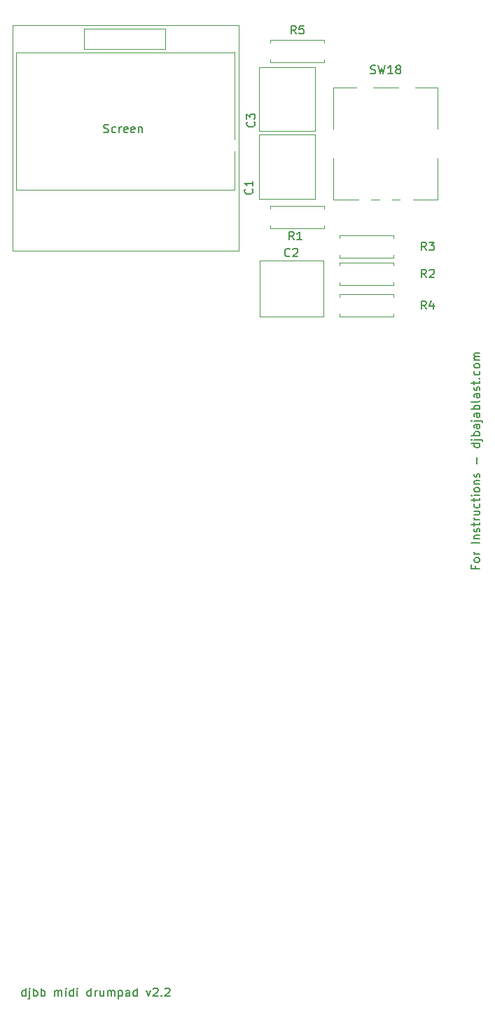
<source format=gto>
%TF.GenerationSoftware,KiCad,Pcbnew,7.0.7*%
%TF.CreationDate,2023-09-12T14:39:03-06:00*%
%TF.ProjectId,DJBB Drumpad V2 Pico,444a4242-2044-4727-956d-706164205632,V01*%
%TF.SameCoordinates,Original*%
%TF.FileFunction,Legend,Top*%
%TF.FilePolarity,Positive*%
%FSLAX46Y46*%
G04 Gerber Fmt 4.6, Leading zero omitted, Abs format (unit mm)*
G04 Created by KiCad (PCBNEW 7.0.7) date 2023-09-12 14:39:03*
%MOMM*%
%LPD*%
G01*
G04 APERTURE LIST*
%ADD10C,0.150000*%
%ADD11C,0.120000*%
%ADD12O,1.800000X1.800000*%
%ADD13O,1.500000X1.500000*%
%ADD14O,1.700000X1.700000*%
%ADD15R,1.700000X1.700000*%
%ADD16C,1.900000*%
%ADD17C,4.000000*%
%ADD18O,2.000000X2.500000*%
%ADD19O,2.500000X2.000000*%
%ADD20C,1.600000*%
%ADD21O,1.600000X1.600000*%
%ADD22C,1.524000*%
%ADD23O,2.900000X3.000000*%
%ADD24O,1.600000X2.000000*%
%ADD25C,1.700000*%
G04 APERTURE END LIST*
D10*
X166301009Y-110250286D02*
X166301009Y-110583619D01*
X166824819Y-110583619D02*
X165824819Y-110583619D01*
X165824819Y-110583619D02*
X165824819Y-110107429D01*
X166824819Y-109583619D02*
X166777200Y-109678857D01*
X166777200Y-109678857D02*
X166729580Y-109726476D01*
X166729580Y-109726476D02*
X166634342Y-109774095D01*
X166634342Y-109774095D02*
X166348628Y-109774095D01*
X166348628Y-109774095D02*
X166253390Y-109726476D01*
X166253390Y-109726476D02*
X166205771Y-109678857D01*
X166205771Y-109678857D02*
X166158152Y-109583619D01*
X166158152Y-109583619D02*
X166158152Y-109440762D01*
X166158152Y-109440762D02*
X166205771Y-109345524D01*
X166205771Y-109345524D02*
X166253390Y-109297905D01*
X166253390Y-109297905D02*
X166348628Y-109250286D01*
X166348628Y-109250286D02*
X166634342Y-109250286D01*
X166634342Y-109250286D02*
X166729580Y-109297905D01*
X166729580Y-109297905D02*
X166777200Y-109345524D01*
X166777200Y-109345524D02*
X166824819Y-109440762D01*
X166824819Y-109440762D02*
X166824819Y-109583619D01*
X166824819Y-108821714D02*
X166158152Y-108821714D01*
X166348628Y-108821714D02*
X166253390Y-108774095D01*
X166253390Y-108774095D02*
X166205771Y-108726476D01*
X166205771Y-108726476D02*
X166158152Y-108631238D01*
X166158152Y-108631238D02*
X166158152Y-108536000D01*
X166824819Y-107440761D02*
X165824819Y-107440761D01*
X166158152Y-106964571D02*
X166824819Y-106964571D01*
X166253390Y-106964571D02*
X166205771Y-106916952D01*
X166205771Y-106916952D02*
X166158152Y-106821714D01*
X166158152Y-106821714D02*
X166158152Y-106678857D01*
X166158152Y-106678857D02*
X166205771Y-106583619D01*
X166205771Y-106583619D02*
X166301009Y-106536000D01*
X166301009Y-106536000D02*
X166824819Y-106536000D01*
X166777200Y-106107428D02*
X166824819Y-106012190D01*
X166824819Y-106012190D02*
X166824819Y-105821714D01*
X166824819Y-105821714D02*
X166777200Y-105726476D01*
X166777200Y-105726476D02*
X166681961Y-105678857D01*
X166681961Y-105678857D02*
X166634342Y-105678857D01*
X166634342Y-105678857D02*
X166539104Y-105726476D01*
X166539104Y-105726476D02*
X166491485Y-105821714D01*
X166491485Y-105821714D02*
X166491485Y-105964571D01*
X166491485Y-105964571D02*
X166443866Y-106059809D01*
X166443866Y-106059809D02*
X166348628Y-106107428D01*
X166348628Y-106107428D02*
X166301009Y-106107428D01*
X166301009Y-106107428D02*
X166205771Y-106059809D01*
X166205771Y-106059809D02*
X166158152Y-105964571D01*
X166158152Y-105964571D02*
X166158152Y-105821714D01*
X166158152Y-105821714D02*
X166205771Y-105726476D01*
X166158152Y-105393142D02*
X166158152Y-105012190D01*
X165824819Y-105250285D02*
X166681961Y-105250285D01*
X166681961Y-105250285D02*
X166777200Y-105202666D01*
X166777200Y-105202666D02*
X166824819Y-105107428D01*
X166824819Y-105107428D02*
X166824819Y-105012190D01*
X166824819Y-104678856D02*
X166158152Y-104678856D01*
X166348628Y-104678856D02*
X166253390Y-104631237D01*
X166253390Y-104631237D02*
X166205771Y-104583618D01*
X166205771Y-104583618D02*
X166158152Y-104488380D01*
X166158152Y-104488380D02*
X166158152Y-104393142D01*
X166158152Y-103631237D02*
X166824819Y-103631237D01*
X166158152Y-104059808D02*
X166681961Y-104059808D01*
X166681961Y-104059808D02*
X166777200Y-104012189D01*
X166777200Y-104012189D02*
X166824819Y-103916951D01*
X166824819Y-103916951D02*
X166824819Y-103774094D01*
X166824819Y-103774094D02*
X166777200Y-103678856D01*
X166777200Y-103678856D02*
X166729580Y-103631237D01*
X166777200Y-102726475D02*
X166824819Y-102821713D01*
X166824819Y-102821713D02*
X166824819Y-103012189D01*
X166824819Y-103012189D02*
X166777200Y-103107427D01*
X166777200Y-103107427D02*
X166729580Y-103155046D01*
X166729580Y-103155046D02*
X166634342Y-103202665D01*
X166634342Y-103202665D02*
X166348628Y-103202665D01*
X166348628Y-103202665D02*
X166253390Y-103155046D01*
X166253390Y-103155046D02*
X166205771Y-103107427D01*
X166205771Y-103107427D02*
X166158152Y-103012189D01*
X166158152Y-103012189D02*
X166158152Y-102821713D01*
X166158152Y-102821713D02*
X166205771Y-102726475D01*
X166158152Y-102440760D02*
X166158152Y-102059808D01*
X165824819Y-102297903D02*
X166681961Y-102297903D01*
X166681961Y-102297903D02*
X166777200Y-102250284D01*
X166777200Y-102250284D02*
X166824819Y-102155046D01*
X166824819Y-102155046D02*
X166824819Y-102059808D01*
X166824819Y-101726474D02*
X166158152Y-101726474D01*
X165824819Y-101726474D02*
X165872438Y-101774093D01*
X165872438Y-101774093D02*
X165920057Y-101726474D01*
X165920057Y-101726474D02*
X165872438Y-101678855D01*
X165872438Y-101678855D02*
X165824819Y-101726474D01*
X165824819Y-101726474D02*
X165920057Y-101726474D01*
X166824819Y-101107427D02*
X166777200Y-101202665D01*
X166777200Y-101202665D02*
X166729580Y-101250284D01*
X166729580Y-101250284D02*
X166634342Y-101297903D01*
X166634342Y-101297903D02*
X166348628Y-101297903D01*
X166348628Y-101297903D02*
X166253390Y-101250284D01*
X166253390Y-101250284D02*
X166205771Y-101202665D01*
X166205771Y-101202665D02*
X166158152Y-101107427D01*
X166158152Y-101107427D02*
X166158152Y-100964570D01*
X166158152Y-100964570D02*
X166205771Y-100869332D01*
X166205771Y-100869332D02*
X166253390Y-100821713D01*
X166253390Y-100821713D02*
X166348628Y-100774094D01*
X166348628Y-100774094D02*
X166634342Y-100774094D01*
X166634342Y-100774094D02*
X166729580Y-100821713D01*
X166729580Y-100821713D02*
X166777200Y-100869332D01*
X166777200Y-100869332D02*
X166824819Y-100964570D01*
X166824819Y-100964570D02*
X166824819Y-101107427D01*
X166158152Y-100345522D02*
X166824819Y-100345522D01*
X166253390Y-100345522D02*
X166205771Y-100297903D01*
X166205771Y-100297903D02*
X166158152Y-100202665D01*
X166158152Y-100202665D02*
X166158152Y-100059808D01*
X166158152Y-100059808D02*
X166205771Y-99964570D01*
X166205771Y-99964570D02*
X166301009Y-99916951D01*
X166301009Y-99916951D02*
X166824819Y-99916951D01*
X166777200Y-99488379D02*
X166824819Y-99393141D01*
X166824819Y-99393141D02*
X166824819Y-99202665D01*
X166824819Y-99202665D02*
X166777200Y-99107427D01*
X166777200Y-99107427D02*
X166681961Y-99059808D01*
X166681961Y-99059808D02*
X166634342Y-99059808D01*
X166634342Y-99059808D02*
X166539104Y-99107427D01*
X166539104Y-99107427D02*
X166491485Y-99202665D01*
X166491485Y-99202665D02*
X166491485Y-99345522D01*
X166491485Y-99345522D02*
X166443866Y-99440760D01*
X166443866Y-99440760D02*
X166348628Y-99488379D01*
X166348628Y-99488379D02*
X166301009Y-99488379D01*
X166301009Y-99488379D02*
X166205771Y-99440760D01*
X166205771Y-99440760D02*
X166158152Y-99345522D01*
X166158152Y-99345522D02*
X166158152Y-99202665D01*
X166158152Y-99202665D02*
X166205771Y-99107427D01*
X166443866Y-97869331D02*
X166443866Y-97107427D01*
X166824819Y-95440760D02*
X165824819Y-95440760D01*
X166777200Y-95440760D02*
X166824819Y-95535998D01*
X166824819Y-95535998D02*
X166824819Y-95726474D01*
X166824819Y-95726474D02*
X166777200Y-95821712D01*
X166777200Y-95821712D02*
X166729580Y-95869331D01*
X166729580Y-95869331D02*
X166634342Y-95916950D01*
X166634342Y-95916950D02*
X166348628Y-95916950D01*
X166348628Y-95916950D02*
X166253390Y-95869331D01*
X166253390Y-95869331D02*
X166205771Y-95821712D01*
X166205771Y-95821712D02*
X166158152Y-95726474D01*
X166158152Y-95726474D02*
X166158152Y-95535998D01*
X166158152Y-95535998D02*
X166205771Y-95440760D01*
X166158152Y-94964569D02*
X167015295Y-94964569D01*
X167015295Y-94964569D02*
X167110533Y-95012188D01*
X167110533Y-95012188D02*
X167158152Y-95107426D01*
X167158152Y-95107426D02*
X167158152Y-95155045D01*
X165824819Y-94964569D02*
X165872438Y-95012188D01*
X165872438Y-95012188D02*
X165920057Y-94964569D01*
X165920057Y-94964569D02*
X165872438Y-94916950D01*
X165872438Y-94916950D02*
X165824819Y-94964569D01*
X165824819Y-94964569D02*
X165920057Y-94964569D01*
X166824819Y-94488379D02*
X165824819Y-94488379D01*
X166205771Y-94488379D02*
X166158152Y-94393141D01*
X166158152Y-94393141D02*
X166158152Y-94202665D01*
X166158152Y-94202665D02*
X166205771Y-94107427D01*
X166205771Y-94107427D02*
X166253390Y-94059808D01*
X166253390Y-94059808D02*
X166348628Y-94012189D01*
X166348628Y-94012189D02*
X166634342Y-94012189D01*
X166634342Y-94012189D02*
X166729580Y-94059808D01*
X166729580Y-94059808D02*
X166777200Y-94107427D01*
X166777200Y-94107427D02*
X166824819Y-94202665D01*
X166824819Y-94202665D02*
X166824819Y-94393141D01*
X166824819Y-94393141D02*
X166777200Y-94488379D01*
X166824819Y-93155046D02*
X166301009Y-93155046D01*
X166301009Y-93155046D02*
X166205771Y-93202665D01*
X166205771Y-93202665D02*
X166158152Y-93297903D01*
X166158152Y-93297903D02*
X166158152Y-93488379D01*
X166158152Y-93488379D02*
X166205771Y-93583617D01*
X166777200Y-93155046D02*
X166824819Y-93250284D01*
X166824819Y-93250284D02*
X166824819Y-93488379D01*
X166824819Y-93488379D02*
X166777200Y-93583617D01*
X166777200Y-93583617D02*
X166681961Y-93631236D01*
X166681961Y-93631236D02*
X166586723Y-93631236D01*
X166586723Y-93631236D02*
X166491485Y-93583617D01*
X166491485Y-93583617D02*
X166443866Y-93488379D01*
X166443866Y-93488379D02*
X166443866Y-93250284D01*
X166443866Y-93250284D02*
X166396247Y-93155046D01*
X166158152Y-92678855D02*
X167015295Y-92678855D01*
X167015295Y-92678855D02*
X167110533Y-92726474D01*
X167110533Y-92726474D02*
X167158152Y-92821712D01*
X167158152Y-92821712D02*
X167158152Y-92869331D01*
X165824819Y-92678855D02*
X165872438Y-92726474D01*
X165872438Y-92726474D02*
X165920057Y-92678855D01*
X165920057Y-92678855D02*
X165872438Y-92631236D01*
X165872438Y-92631236D02*
X165824819Y-92678855D01*
X165824819Y-92678855D02*
X165920057Y-92678855D01*
X166824819Y-91774094D02*
X166301009Y-91774094D01*
X166301009Y-91774094D02*
X166205771Y-91821713D01*
X166205771Y-91821713D02*
X166158152Y-91916951D01*
X166158152Y-91916951D02*
X166158152Y-92107427D01*
X166158152Y-92107427D02*
X166205771Y-92202665D01*
X166777200Y-91774094D02*
X166824819Y-91869332D01*
X166824819Y-91869332D02*
X166824819Y-92107427D01*
X166824819Y-92107427D02*
X166777200Y-92202665D01*
X166777200Y-92202665D02*
X166681961Y-92250284D01*
X166681961Y-92250284D02*
X166586723Y-92250284D01*
X166586723Y-92250284D02*
X166491485Y-92202665D01*
X166491485Y-92202665D02*
X166443866Y-92107427D01*
X166443866Y-92107427D02*
X166443866Y-91869332D01*
X166443866Y-91869332D02*
X166396247Y-91774094D01*
X166824819Y-91297903D02*
X165824819Y-91297903D01*
X166205771Y-91297903D02*
X166158152Y-91202665D01*
X166158152Y-91202665D02*
X166158152Y-91012189D01*
X166158152Y-91012189D02*
X166205771Y-90916951D01*
X166205771Y-90916951D02*
X166253390Y-90869332D01*
X166253390Y-90869332D02*
X166348628Y-90821713D01*
X166348628Y-90821713D02*
X166634342Y-90821713D01*
X166634342Y-90821713D02*
X166729580Y-90869332D01*
X166729580Y-90869332D02*
X166777200Y-90916951D01*
X166777200Y-90916951D02*
X166824819Y-91012189D01*
X166824819Y-91012189D02*
X166824819Y-91202665D01*
X166824819Y-91202665D02*
X166777200Y-91297903D01*
X166824819Y-90250284D02*
X166777200Y-90345522D01*
X166777200Y-90345522D02*
X166681961Y-90393141D01*
X166681961Y-90393141D02*
X165824819Y-90393141D01*
X166824819Y-89440760D02*
X166301009Y-89440760D01*
X166301009Y-89440760D02*
X166205771Y-89488379D01*
X166205771Y-89488379D02*
X166158152Y-89583617D01*
X166158152Y-89583617D02*
X166158152Y-89774093D01*
X166158152Y-89774093D02*
X166205771Y-89869331D01*
X166777200Y-89440760D02*
X166824819Y-89535998D01*
X166824819Y-89535998D02*
X166824819Y-89774093D01*
X166824819Y-89774093D02*
X166777200Y-89869331D01*
X166777200Y-89869331D02*
X166681961Y-89916950D01*
X166681961Y-89916950D02*
X166586723Y-89916950D01*
X166586723Y-89916950D02*
X166491485Y-89869331D01*
X166491485Y-89869331D02*
X166443866Y-89774093D01*
X166443866Y-89774093D02*
X166443866Y-89535998D01*
X166443866Y-89535998D02*
X166396247Y-89440760D01*
X166777200Y-89012188D02*
X166824819Y-88916950D01*
X166824819Y-88916950D02*
X166824819Y-88726474D01*
X166824819Y-88726474D02*
X166777200Y-88631236D01*
X166777200Y-88631236D02*
X166681961Y-88583617D01*
X166681961Y-88583617D02*
X166634342Y-88583617D01*
X166634342Y-88583617D02*
X166539104Y-88631236D01*
X166539104Y-88631236D02*
X166491485Y-88726474D01*
X166491485Y-88726474D02*
X166491485Y-88869331D01*
X166491485Y-88869331D02*
X166443866Y-88964569D01*
X166443866Y-88964569D02*
X166348628Y-89012188D01*
X166348628Y-89012188D02*
X166301009Y-89012188D01*
X166301009Y-89012188D02*
X166205771Y-88964569D01*
X166205771Y-88964569D02*
X166158152Y-88869331D01*
X166158152Y-88869331D02*
X166158152Y-88726474D01*
X166158152Y-88726474D02*
X166205771Y-88631236D01*
X166158152Y-88297902D02*
X166158152Y-87916950D01*
X165824819Y-88155045D02*
X166681961Y-88155045D01*
X166681961Y-88155045D02*
X166777200Y-88107426D01*
X166777200Y-88107426D02*
X166824819Y-88012188D01*
X166824819Y-88012188D02*
X166824819Y-87916950D01*
X166729580Y-87583616D02*
X166777200Y-87535997D01*
X166777200Y-87535997D02*
X166824819Y-87583616D01*
X166824819Y-87583616D02*
X166777200Y-87631235D01*
X166777200Y-87631235D02*
X166729580Y-87583616D01*
X166729580Y-87583616D02*
X166824819Y-87583616D01*
X166777200Y-86678855D02*
X166824819Y-86774093D01*
X166824819Y-86774093D02*
X166824819Y-86964569D01*
X166824819Y-86964569D02*
X166777200Y-87059807D01*
X166777200Y-87059807D02*
X166729580Y-87107426D01*
X166729580Y-87107426D02*
X166634342Y-87155045D01*
X166634342Y-87155045D02*
X166348628Y-87155045D01*
X166348628Y-87155045D02*
X166253390Y-87107426D01*
X166253390Y-87107426D02*
X166205771Y-87059807D01*
X166205771Y-87059807D02*
X166158152Y-86964569D01*
X166158152Y-86964569D02*
X166158152Y-86774093D01*
X166158152Y-86774093D02*
X166205771Y-86678855D01*
X166824819Y-86107426D02*
X166777200Y-86202664D01*
X166777200Y-86202664D02*
X166729580Y-86250283D01*
X166729580Y-86250283D02*
X166634342Y-86297902D01*
X166634342Y-86297902D02*
X166348628Y-86297902D01*
X166348628Y-86297902D02*
X166253390Y-86250283D01*
X166253390Y-86250283D02*
X166205771Y-86202664D01*
X166205771Y-86202664D02*
X166158152Y-86107426D01*
X166158152Y-86107426D02*
X166158152Y-85964569D01*
X166158152Y-85964569D02*
X166205771Y-85869331D01*
X166205771Y-85869331D02*
X166253390Y-85821712D01*
X166253390Y-85821712D02*
X166348628Y-85774093D01*
X166348628Y-85774093D02*
X166634342Y-85774093D01*
X166634342Y-85774093D02*
X166729580Y-85821712D01*
X166729580Y-85821712D02*
X166777200Y-85869331D01*
X166777200Y-85869331D02*
X166824819Y-85964569D01*
X166824819Y-85964569D02*
X166824819Y-86107426D01*
X166824819Y-85345521D02*
X166158152Y-85345521D01*
X166253390Y-85345521D02*
X166205771Y-85297902D01*
X166205771Y-85297902D02*
X166158152Y-85202664D01*
X166158152Y-85202664D02*
X166158152Y-85059807D01*
X166158152Y-85059807D02*
X166205771Y-84964569D01*
X166205771Y-84964569D02*
X166301009Y-84916950D01*
X166301009Y-84916950D02*
X166824819Y-84916950D01*
X166301009Y-84916950D02*
X166205771Y-84869331D01*
X166205771Y-84869331D02*
X166158152Y-84774093D01*
X166158152Y-84774093D02*
X166158152Y-84631236D01*
X166158152Y-84631236D02*
X166205771Y-84535997D01*
X166205771Y-84535997D02*
X166301009Y-84488378D01*
X166301009Y-84488378D02*
X166824819Y-84488378D01*
X111919809Y-162252819D02*
X111919809Y-161252819D01*
X111919809Y-162205200D02*
X111824571Y-162252819D01*
X111824571Y-162252819D02*
X111634095Y-162252819D01*
X111634095Y-162252819D02*
X111538857Y-162205200D01*
X111538857Y-162205200D02*
X111491238Y-162157580D01*
X111491238Y-162157580D02*
X111443619Y-162062342D01*
X111443619Y-162062342D02*
X111443619Y-161776628D01*
X111443619Y-161776628D02*
X111491238Y-161681390D01*
X111491238Y-161681390D02*
X111538857Y-161633771D01*
X111538857Y-161633771D02*
X111634095Y-161586152D01*
X111634095Y-161586152D02*
X111824571Y-161586152D01*
X111824571Y-161586152D02*
X111919809Y-161633771D01*
X112396000Y-161586152D02*
X112396000Y-162443295D01*
X112396000Y-162443295D02*
X112348381Y-162538533D01*
X112348381Y-162538533D02*
X112253143Y-162586152D01*
X112253143Y-162586152D02*
X112205524Y-162586152D01*
X112396000Y-161252819D02*
X112348381Y-161300438D01*
X112348381Y-161300438D02*
X112396000Y-161348057D01*
X112396000Y-161348057D02*
X112443619Y-161300438D01*
X112443619Y-161300438D02*
X112396000Y-161252819D01*
X112396000Y-161252819D02*
X112396000Y-161348057D01*
X112872190Y-162252819D02*
X112872190Y-161252819D01*
X112872190Y-161633771D02*
X112967428Y-161586152D01*
X112967428Y-161586152D02*
X113157904Y-161586152D01*
X113157904Y-161586152D02*
X113253142Y-161633771D01*
X113253142Y-161633771D02*
X113300761Y-161681390D01*
X113300761Y-161681390D02*
X113348380Y-161776628D01*
X113348380Y-161776628D02*
X113348380Y-162062342D01*
X113348380Y-162062342D02*
X113300761Y-162157580D01*
X113300761Y-162157580D02*
X113253142Y-162205200D01*
X113253142Y-162205200D02*
X113157904Y-162252819D01*
X113157904Y-162252819D02*
X112967428Y-162252819D01*
X112967428Y-162252819D02*
X112872190Y-162205200D01*
X113776952Y-162252819D02*
X113776952Y-161252819D01*
X113776952Y-161633771D02*
X113872190Y-161586152D01*
X113872190Y-161586152D02*
X114062666Y-161586152D01*
X114062666Y-161586152D02*
X114157904Y-161633771D01*
X114157904Y-161633771D02*
X114205523Y-161681390D01*
X114205523Y-161681390D02*
X114253142Y-161776628D01*
X114253142Y-161776628D02*
X114253142Y-162062342D01*
X114253142Y-162062342D02*
X114205523Y-162157580D01*
X114205523Y-162157580D02*
X114157904Y-162205200D01*
X114157904Y-162205200D02*
X114062666Y-162252819D01*
X114062666Y-162252819D02*
X113872190Y-162252819D01*
X113872190Y-162252819D02*
X113776952Y-162205200D01*
X115443619Y-162252819D02*
X115443619Y-161586152D01*
X115443619Y-161681390D02*
X115491238Y-161633771D01*
X115491238Y-161633771D02*
X115586476Y-161586152D01*
X115586476Y-161586152D02*
X115729333Y-161586152D01*
X115729333Y-161586152D02*
X115824571Y-161633771D01*
X115824571Y-161633771D02*
X115872190Y-161729009D01*
X115872190Y-161729009D02*
X115872190Y-162252819D01*
X115872190Y-161729009D02*
X115919809Y-161633771D01*
X115919809Y-161633771D02*
X116015047Y-161586152D01*
X116015047Y-161586152D02*
X116157904Y-161586152D01*
X116157904Y-161586152D02*
X116253143Y-161633771D01*
X116253143Y-161633771D02*
X116300762Y-161729009D01*
X116300762Y-161729009D02*
X116300762Y-162252819D01*
X116776952Y-162252819D02*
X116776952Y-161586152D01*
X116776952Y-161252819D02*
X116729333Y-161300438D01*
X116729333Y-161300438D02*
X116776952Y-161348057D01*
X116776952Y-161348057D02*
X116824571Y-161300438D01*
X116824571Y-161300438D02*
X116776952Y-161252819D01*
X116776952Y-161252819D02*
X116776952Y-161348057D01*
X117681713Y-162252819D02*
X117681713Y-161252819D01*
X117681713Y-162205200D02*
X117586475Y-162252819D01*
X117586475Y-162252819D02*
X117395999Y-162252819D01*
X117395999Y-162252819D02*
X117300761Y-162205200D01*
X117300761Y-162205200D02*
X117253142Y-162157580D01*
X117253142Y-162157580D02*
X117205523Y-162062342D01*
X117205523Y-162062342D02*
X117205523Y-161776628D01*
X117205523Y-161776628D02*
X117253142Y-161681390D01*
X117253142Y-161681390D02*
X117300761Y-161633771D01*
X117300761Y-161633771D02*
X117395999Y-161586152D01*
X117395999Y-161586152D02*
X117586475Y-161586152D01*
X117586475Y-161586152D02*
X117681713Y-161633771D01*
X118157904Y-162252819D02*
X118157904Y-161586152D01*
X118157904Y-161252819D02*
X118110285Y-161300438D01*
X118110285Y-161300438D02*
X118157904Y-161348057D01*
X118157904Y-161348057D02*
X118205523Y-161300438D01*
X118205523Y-161300438D02*
X118157904Y-161252819D01*
X118157904Y-161252819D02*
X118157904Y-161348057D01*
X119824570Y-162252819D02*
X119824570Y-161252819D01*
X119824570Y-162205200D02*
X119729332Y-162252819D01*
X119729332Y-162252819D02*
X119538856Y-162252819D01*
X119538856Y-162252819D02*
X119443618Y-162205200D01*
X119443618Y-162205200D02*
X119395999Y-162157580D01*
X119395999Y-162157580D02*
X119348380Y-162062342D01*
X119348380Y-162062342D02*
X119348380Y-161776628D01*
X119348380Y-161776628D02*
X119395999Y-161681390D01*
X119395999Y-161681390D02*
X119443618Y-161633771D01*
X119443618Y-161633771D02*
X119538856Y-161586152D01*
X119538856Y-161586152D02*
X119729332Y-161586152D01*
X119729332Y-161586152D02*
X119824570Y-161633771D01*
X120300761Y-162252819D02*
X120300761Y-161586152D01*
X120300761Y-161776628D02*
X120348380Y-161681390D01*
X120348380Y-161681390D02*
X120395999Y-161633771D01*
X120395999Y-161633771D02*
X120491237Y-161586152D01*
X120491237Y-161586152D02*
X120586475Y-161586152D01*
X121348380Y-161586152D02*
X121348380Y-162252819D01*
X120919809Y-161586152D02*
X120919809Y-162109961D01*
X120919809Y-162109961D02*
X120967428Y-162205200D01*
X120967428Y-162205200D02*
X121062666Y-162252819D01*
X121062666Y-162252819D02*
X121205523Y-162252819D01*
X121205523Y-162252819D02*
X121300761Y-162205200D01*
X121300761Y-162205200D02*
X121348380Y-162157580D01*
X121824571Y-162252819D02*
X121824571Y-161586152D01*
X121824571Y-161681390D02*
X121872190Y-161633771D01*
X121872190Y-161633771D02*
X121967428Y-161586152D01*
X121967428Y-161586152D02*
X122110285Y-161586152D01*
X122110285Y-161586152D02*
X122205523Y-161633771D01*
X122205523Y-161633771D02*
X122253142Y-161729009D01*
X122253142Y-161729009D02*
X122253142Y-162252819D01*
X122253142Y-161729009D02*
X122300761Y-161633771D01*
X122300761Y-161633771D02*
X122395999Y-161586152D01*
X122395999Y-161586152D02*
X122538856Y-161586152D01*
X122538856Y-161586152D02*
X122634095Y-161633771D01*
X122634095Y-161633771D02*
X122681714Y-161729009D01*
X122681714Y-161729009D02*
X122681714Y-162252819D01*
X123157904Y-161586152D02*
X123157904Y-162586152D01*
X123157904Y-161633771D02*
X123253142Y-161586152D01*
X123253142Y-161586152D02*
X123443618Y-161586152D01*
X123443618Y-161586152D02*
X123538856Y-161633771D01*
X123538856Y-161633771D02*
X123586475Y-161681390D01*
X123586475Y-161681390D02*
X123634094Y-161776628D01*
X123634094Y-161776628D02*
X123634094Y-162062342D01*
X123634094Y-162062342D02*
X123586475Y-162157580D01*
X123586475Y-162157580D02*
X123538856Y-162205200D01*
X123538856Y-162205200D02*
X123443618Y-162252819D01*
X123443618Y-162252819D02*
X123253142Y-162252819D01*
X123253142Y-162252819D02*
X123157904Y-162205200D01*
X124491237Y-162252819D02*
X124491237Y-161729009D01*
X124491237Y-161729009D02*
X124443618Y-161633771D01*
X124443618Y-161633771D02*
X124348380Y-161586152D01*
X124348380Y-161586152D02*
X124157904Y-161586152D01*
X124157904Y-161586152D02*
X124062666Y-161633771D01*
X124491237Y-162205200D02*
X124395999Y-162252819D01*
X124395999Y-162252819D02*
X124157904Y-162252819D01*
X124157904Y-162252819D02*
X124062666Y-162205200D01*
X124062666Y-162205200D02*
X124015047Y-162109961D01*
X124015047Y-162109961D02*
X124015047Y-162014723D01*
X124015047Y-162014723D02*
X124062666Y-161919485D01*
X124062666Y-161919485D02*
X124157904Y-161871866D01*
X124157904Y-161871866D02*
X124395999Y-161871866D01*
X124395999Y-161871866D02*
X124491237Y-161824247D01*
X125395999Y-162252819D02*
X125395999Y-161252819D01*
X125395999Y-162205200D02*
X125300761Y-162252819D01*
X125300761Y-162252819D02*
X125110285Y-162252819D01*
X125110285Y-162252819D02*
X125015047Y-162205200D01*
X125015047Y-162205200D02*
X124967428Y-162157580D01*
X124967428Y-162157580D02*
X124919809Y-162062342D01*
X124919809Y-162062342D02*
X124919809Y-161776628D01*
X124919809Y-161776628D02*
X124967428Y-161681390D01*
X124967428Y-161681390D02*
X125015047Y-161633771D01*
X125015047Y-161633771D02*
X125110285Y-161586152D01*
X125110285Y-161586152D02*
X125300761Y-161586152D01*
X125300761Y-161586152D02*
X125395999Y-161633771D01*
X126538857Y-161586152D02*
X126776952Y-162252819D01*
X126776952Y-162252819D02*
X127015047Y-161586152D01*
X127348381Y-161348057D02*
X127396000Y-161300438D01*
X127396000Y-161300438D02*
X127491238Y-161252819D01*
X127491238Y-161252819D02*
X127729333Y-161252819D01*
X127729333Y-161252819D02*
X127824571Y-161300438D01*
X127824571Y-161300438D02*
X127872190Y-161348057D01*
X127872190Y-161348057D02*
X127919809Y-161443295D01*
X127919809Y-161443295D02*
X127919809Y-161538533D01*
X127919809Y-161538533D02*
X127872190Y-161681390D01*
X127872190Y-161681390D02*
X127300762Y-162252819D01*
X127300762Y-162252819D02*
X127919809Y-162252819D01*
X128348381Y-162157580D02*
X128396000Y-162205200D01*
X128396000Y-162205200D02*
X128348381Y-162252819D01*
X128348381Y-162252819D02*
X128300762Y-162205200D01*
X128300762Y-162205200D02*
X128348381Y-162157580D01*
X128348381Y-162157580D02*
X128348381Y-162252819D01*
X128776952Y-161348057D02*
X128824571Y-161300438D01*
X128824571Y-161300438D02*
X128919809Y-161252819D01*
X128919809Y-161252819D02*
X129157904Y-161252819D01*
X129157904Y-161252819D02*
X129253142Y-161300438D01*
X129253142Y-161300438D02*
X129300761Y-161348057D01*
X129300761Y-161348057D02*
X129348380Y-161443295D01*
X129348380Y-161443295D02*
X129348380Y-161538533D01*
X129348380Y-161538533D02*
X129300761Y-161681390D01*
X129300761Y-161681390D02*
X128729333Y-162252819D01*
X128729333Y-162252819D02*
X129348380Y-162252819D01*
X160361333Y-75384819D02*
X160028000Y-74908628D01*
X159789905Y-75384819D02*
X159789905Y-74384819D01*
X159789905Y-74384819D02*
X160170857Y-74384819D01*
X160170857Y-74384819D02*
X160266095Y-74432438D01*
X160266095Y-74432438D02*
X160313714Y-74480057D01*
X160313714Y-74480057D02*
X160361333Y-74575295D01*
X160361333Y-74575295D02*
X160361333Y-74718152D01*
X160361333Y-74718152D02*
X160313714Y-74813390D01*
X160313714Y-74813390D02*
X160266095Y-74861009D01*
X160266095Y-74861009D02*
X160170857Y-74908628D01*
X160170857Y-74908628D02*
X159789905Y-74908628D01*
X160742286Y-74480057D02*
X160789905Y-74432438D01*
X160789905Y-74432438D02*
X160885143Y-74384819D01*
X160885143Y-74384819D02*
X161123238Y-74384819D01*
X161123238Y-74384819D02*
X161218476Y-74432438D01*
X161218476Y-74432438D02*
X161266095Y-74480057D01*
X161266095Y-74480057D02*
X161313714Y-74575295D01*
X161313714Y-74575295D02*
X161313714Y-74670533D01*
X161313714Y-74670533D02*
X161266095Y-74813390D01*
X161266095Y-74813390D02*
X160694667Y-75384819D01*
X160694667Y-75384819D02*
X161313714Y-75384819D01*
X153638476Y-50693200D02*
X153781333Y-50740819D01*
X153781333Y-50740819D02*
X154019428Y-50740819D01*
X154019428Y-50740819D02*
X154114666Y-50693200D01*
X154114666Y-50693200D02*
X154162285Y-50645580D01*
X154162285Y-50645580D02*
X154209904Y-50550342D01*
X154209904Y-50550342D02*
X154209904Y-50455104D01*
X154209904Y-50455104D02*
X154162285Y-50359866D01*
X154162285Y-50359866D02*
X154114666Y-50312247D01*
X154114666Y-50312247D02*
X154019428Y-50264628D01*
X154019428Y-50264628D02*
X153828952Y-50217009D01*
X153828952Y-50217009D02*
X153733714Y-50169390D01*
X153733714Y-50169390D02*
X153686095Y-50121771D01*
X153686095Y-50121771D02*
X153638476Y-50026533D01*
X153638476Y-50026533D02*
X153638476Y-49931295D01*
X153638476Y-49931295D02*
X153686095Y-49836057D01*
X153686095Y-49836057D02*
X153733714Y-49788438D01*
X153733714Y-49788438D02*
X153828952Y-49740819D01*
X153828952Y-49740819D02*
X154067047Y-49740819D01*
X154067047Y-49740819D02*
X154209904Y-49788438D01*
X154543238Y-49740819D02*
X154781333Y-50740819D01*
X154781333Y-50740819D02*
X154971809Y-50026533D01*
X154971809Y-50026533D02*
X155162285Y-50740819D01*
X155162285Y-50740819D02*
X155400381Y-49740819D01*
X156305142Y-50740819D02*
X155733714Y-50740819D01*
X156019428Y-50740819D02*
X156019428Y-49740819D01*
X156019428Y-49740819D02*
X155924190Y-49883676D01*
X155924190Y-49883676D02*
X155828952Y-49978914D01*
X155828952Y-49978914D02*
X155733714Y-50026533D01*
X156876571Y-50169390D02*
X156781333Y-50121771D01*
X156781333Y-50121771D02*
X156733714Y-50074152D01*
X156733714Y-50074152D02*
X156686095Y-49978914D01*
X156686095Y-49978914D02*
X156686095Y-49931295D01*
X156686095Y-49931295D02*
X156733714Y-49836057D01*
X156733714Y-49836057D02*
X156781333Y-49788438D01*
X156781333Y-49788438D02*
X156876571Y-49740819D01*
X156876571Y-49740819D02*
X157067047Y-49740819D01*
X157067047Y-49740819D02*
X157162285Y-49788438D01*
X157162285Y-49788438D02*
X157209904Y-49836057D01*
X157209904Y-49836057D02*
X157257523Y-49931295D01*
X157257523Y-49931295D02*
X157257523Y-49978914D01*
X157257523Y-49978914D02*
X157209904Y-50074152D01*
X157209904Y-50074152D02*
X157162285Y-50121771D01*
X157162285Y-50121771D02*
X157067047Y-50169390D01*
X157067047Y-50169390D02*
X156876571Y-50169390D01*
X156876571Y-50169390D02*
X156781333Y-50217009D01*
X156781333Y-50217009D02*
X156733714Y-50264628D01*
X156733714Y-50264628D02*
X156686095Y-50359866D01*
X156686095Y-50359866D02*
X156686095Y-50550342D01*
X156686095Y-50550342D02*
X156733714Y-50645580D01*
X156733714Y-50645580D02*
X156781333Y-50693200D01*
X156781333Y-50693200D02*
X156876571Y-50740819D01*
X156876571Y-50740819D02*
X157067047Y-50740819D01*
X157067047Y-50740819D02*
X157162285Y-50693200D01*
X157162285Y-50693200D02*
X157209904Y-50645580D01*
X157209904Y-50645580D02*
X157257523Y-50550342D01*
X157257523Y-50550342D02*
X157257523Y-50359866D01*
X157257523Y-50359866D02*
X157209904Y-50264628D01*
X157209904Y-50264628D02*
X157162285Y-50217009D01*
X157162285Y-50217009D02*
X157067047Y-50169390D01*
X139297580Y-64682666D02*
X139345200Y-64730285D01*
X139345200Y-64730285D02*
X139392819Y-64873142D01*
X139392819Y-64873142D02*
X139392819Y-64968380D01*
X139392819Y-64968380D02*
X139345200Y-65111237D01*
X139345200Y-65111237D02*
X139249961Y-65206475D01*
X139249961Y-65206475D02*
X139154723Y-65254094D01*
X139154723Y-65254094D02*
X138964247Y-65301713D01*
X138964247Y-65301713D02*
X138821390Y-65301713D01*
X138821390Y-65301713D02*
X138630914Y-65254094D01*
X138630914Y-65254094D02*
X138535676Y-65206475D01*
X138535676Y-65206475D02*
X138440438Y-65111237D01*
X138440438Y-65111237D02*
X138392819Y-64968380D01*
X138392819Y-64968380D02*
X138392819Y-64873142D01*
X138392819Y-64873142D02*
X138440438Y-64730285D01*
X138440438Y-64730285D02*
X138488057Y-64682666D01*
X139392819Y-63730285D02*
X139392819Y-64301713D01*
X139392819Y-64015999D02*
X138392819Y-64015999D01*
X138392819Y-64015999D02*
X138535676Y-64111237D01*
X138535676Y-64111237D02*
X138630914Y-64206475D01*
X138630914Y-64206475D02*
X138678533Y-64301713D01*
X139551580Y-56554666D02*
X139599200Y-56602285D01*
X139599200Y-56602285D02*
X139646819Y-56745142D01*
X139646819Y-56745142D02*
X139646819Y-56840380D01*
X139646819Y-56840380D02*
X139599200Y-56983237D01*
X139599200Y-56983237D02*
X139503961Y-57078475D01*
X139503961Y-57078475D02*
X139408723Y-57126094D01*
X139408723Y-57126094D02*
X139218247Y-57173713D01*
X139218247Y-57173713D02*
X139075390Y-57173713D01*
X139075390Y-57173713D02*
X138884914Y-57126094D01*
X138884914Y-57126094D02*
X138789676Y-57078475D01*
X138789676Y-57078475D02*
X138694438Y-56983237D01*
X138694438Y-56983237D02*
X138646819Y-56840380D01*
X138646819Y-56840380D02*
X138646819Y-56745142D01*
X138646819Y-56745142D02*
X138694438Y-56602285D01*
X138694438Y-56602285D02*
X138742057Y-56554666D01*
X138646819Y-56221332D02*
X138646819Y-55602285D01*
X138646819Y-55602285D02*
X139027771Y-55935618D01*
X139027771Y-55935618D02*
X139027771Y-55792761D01*
X139027771Y-55792761D02*
X139075390Y-55697523D01*
X139075390Y-55697523D02*
X139123009Y-55649904D01*
X139123009Y-55649904D02*
X139218247Y-55602285D01*
X139218247Y-55602285D02*
X139456342Y-55602285D01*
X139456342Y-55602285D02*
X139551580Y-55649904D01*
X139551580Y-55649904D02*
X139599200Y-55697523D01*
X139599200Y-55697523D02*
X139646819Y-55792761D01*
X139646819Y-55792761D02*
X139646819Y-56078475D01*
X139646819Y-56078475D02*
X139599200Y-56173713D01*
X139599200Y-56173713D02*
X139551580Y-56221332D01*
X144359333Y-70812819D02*
X144026000Y-70336628D01*
X143787905Y-70812819D02*
X143787905Y-69812819D01*
X143787905Y-69812819D02*
X144168857Y-69812819D01*
X144168857Y-69812819D02*
X144264095Y-69860438D01*
X144264095Y-69860438D02*
X144311714Y-69908057D01*
X144311714Y-69908057D02*
X144359333Y-70003295D01*
X144359333Y-70003295D02*
X144359333Y-70146152D01*
X144359333Y-70146152D02*
X144311714Y-70241390D01*
X144311714Y-70241390D02*
X144264095Y-70289009D01*
X144264095Y-70289009D02*
X144168857Y-70336628D01*
X144168857Y-70336628D02*
X143787905Y-70336628D01*
X145311714Y-70812819D02*
X144740286Y-70812819D01*
X145026000Y-70812819D02*
X145026000Y-69812819D01*
X145026000Y-69812819D02*
X144930762Y-69955676D01*
X144930762Y-69955676D02*
X144835524Y-70050914D01*
X144835524Y-70050914D02*
X144740286Y-70098533D01*
X160361333Y-72082819D02*
X160028000Y-71606628D01*
X159789905Y-72082819D02*
X159789905Y-71082819D01*
X159789905Y-71082819D02*
X160170857Y-71082819D01*
X160170857Y-71082819D02*
X160266095Y-71130438D01*
X160266095Y-71130438D02*
X160313714Y-71178057D01*
X160313714Y-71178057D02*
X160361333Y-71273295D01*
X160361333Y-71273295D02*
X160361333Y-71416152D01*
X160361333Y-71416152D02*
X160313714Y-71511390D01*
X160313714Y-71511390D02*
X160266095Y-71559009D01*
X160266095Y-71559009D02*
X160170857Y-71606628D01*
X160170857Y-71606628D02*
X159789905Y-71606628D01*
X160694667Y-71082819D02*
X161313714Y-71082819D01*
X161313714Y-71082819D02*
X160980381Y-71463771D01*
X160980381Y-71463771D02*
X161123238Y-71463771D01*
X161123238Y-71463771D02*
X161218476Y-71511390D01*
X161218476Y-71511390D02*
X161266095Y-71559009D01*
X161266095Y-71559009D02*
X161313714Y-71654247D01*
X161313714Y-71654247D02*
X161313714Y-71892342D01*
X161313714Y-71892342D02*
X161266095Y-71987580D01*
X161266095Y-71987580D02*
X161218476Y-72035200D01*
X161218476Y-72035200D02*
X161123238Y-72082819D01*
X161123238Y-72082819D02*
X160837524Y-72082819D01*
X160837524Y-72082819D02*
X160742286Y-72035200D01*
X160742286Y-72035200D02*
X160694667Y-71987580D01*
X160361333Y-79194819D02*
X160028000Y-78718628D01*
X159789905Y-79194819D02*
X159789905Y-78194819D01*
X159789905Y-78194819D02*
X160170857Y-78194819D01*
X160170857Y-78194819D02*
X160266095Y-78242438D01*
X160266095Y-78242438D02*
X160313714Y-78290057D01*
X160313714Y-78290057D02*
X160361333Y-78385295D01*
X160361333Y-78385295D02*
X160361333Y-78528152D01*
X160361333Y-78528152D02*
X160313714Y-78623390D01*
X160313714Y-78623390D02*
X160266095Y-78671009D01*
X160266095Y-78671009D02*
X160170857Y-78718628D01*
X160170857Y-78718628D02*
X159789905Y-78718628D01*
X161218476Y-78528152D02*
X161218476Y-79194819D01*
X160980381Y-78147200D02*
X160742286Y-78861485D01*
X160742286Y-78861485D02*
X161361333Y-78861485D01*
X121364666Y-57811200D02*
X121507523Y-57858819D01*
X121507523Y-57858819D02*
X121745618Y-57858819D01*
X121745618Y-57858819D02*
X121840856Y-57811200D01*
X121840856Y-57811200D02*
X121888475Y-57763580D01*
X121888475Y-57763580D02*
X121936094Y-57668342D01*
X121936094Y-57668342D02*
X121936094Y-57573104D01*
X121936094Y-57573104D02*
X121888475Y-57477866D01*
X121888475Y-57477866D02*
X121840856Y-57430247D01*
X121840856Y-57430247D02*
X121745618Y-57382628D01*
X121745618Y-57382628D02*
X121555142Y-57335009D01*
X121555142Y-57335009D02*
X121459904Y-57287390D01*
X121459904Y-57287390D02*
X121412285Y-57239771D01*
X121412285Y-57239771D02*
X121364666Y-57144533D01*
X121364666Y-57144533D02*
X121364666Y-57049295D01*
X121364666Y-57049295D02*
X121412285Y-56954057D01*
X121412285Y-56954057D02*
X121459904Y-56906438D01*
X121459904Y-56906438D02*
X121555142Y-56858819D01*
X121555142Y-56858819D02*
X121793237Y-56858819D01*
X121793237Y-56858819D02*
X121936094Y-56906438D01*
X122793237Y-57811200D02*
X122697999Y-57858819D01*
X122697999Y-57858819D02*
X122507523Y-57858819D01*
X122507523Y-57858819D02*
X122412285Y-57811200D01*
X122412285Y-57811200D02*
X122364666Y-57763580D01*
X122364666Y-57763580D02*
X122317047Y-57668342D01*
X122317047Y-57668342D02*
X122317047Y-57382628D01*
X122317047Y-57382628D02*
X122364666Y-57287390D01*
X122364666Y-57287390D02*
X122412285Y-57239771D01*
X122412285Y-57239771D02*
X122507523Y-57192152D01*
X122507523Y-57192152D02*
X122697999Y-57192152D01*
X122697999Y-57192152D02*
X122793237Y-57239771D01*
X123221809Y-57858819D02*
X123221809Y-57192152D01*
X123221809Y-57382628D02*
X123269428Y-57287390D01*
X123269428Y-57287390D02*
X123317047Y-57239771D01*
X123317047Y-57239771D02*
X123412285Y-57192152D01*
X123412285Y-57192152D02*
X123507523Y-57192152D01*
X124221809Y-57811200D02*
X124126571Y-57858819D01*
X124126571Y-57858819D02*
X123936095Y-57858819D01*
X123936095Y-57858819D02*
X123840857Y-57811200D01*
X123840857Y-57811200D02*
X123793238Y-57715961D01*
X123793238Y-57715961D02*
X123793238Y-57335009D01*
X123793238Y-57335009D02*
X123840857Y-57239771D01*
X123840857Y-57239771D02*
X123936095Y-57192152D01*
X123936095Y-57192152D02*
X124126571Y-57192152D01*
X124126571Y-57192152D02*
X124221809Y-57239771D01*
X124221809Y-57239771D02*
X124269428Y-57335009D01*
X124269428Y-57335009D02*
X124269428Y-57430247D01*
X124269428Y-57430247D02*
X123793238Y-57525485D01*
X125078952Y-57811200D02*
X124983714Y-57858819D01*
X124983714Y-57858819D02*
X124793238Y-57858819D01*
X124793238Y-57858819D02*
X124698000Y-57811200D01*
X124698000Y-57811200D02*
X124650381Y-57715961D01*
X124650381Y-57715961D02*
X124650381Y-57335009D01*
X124650381Y-57335009D02*
X124698000Y-57239771D01*
X124698000Y-57239771D02*
X124793238Y-57192152D01*
X124793238Y-57192152D02*
X124983714Y-57192152D01*
X124983714Y-57192152D02*
X125078952Y-57239771D01*
X125078952Y-57239771D02*
X125126571Y-57335009D01*
X125126571Y-57335009D02*
X125126571Y-57430247D01*
X125126571Y-57430247D02*
X124650381Y-57525485D01*
X125555143Y-57192152D02*
X125555143Y-57858819D01*
X125555143Y-57287390D02*
X125602762Y-57239771D01*
X125602762Y-57239771D02*
X125698000Y-57192152D01*
X125698000Y-57192152D02*
X125840857Y-57192152D01*
X125840857Y-57192152D02*
X125936095Y-57239771D01*
X125936095Y-57239771D02*
X125983714Y-57335009D01*
X125983714Y-57335009D02*
X125983714Y-57858819D01*
X144613333Y-45920819D02*
X144280000Y-45444628D01*
X144041905Y-45920819D02*
X144041905Y-44920819D01*
X144041905Y-44920819D02*
X144422857Y-44920819D01*
X144422857Y-44920819D02*
X144518095Y-44968438D01*
X144518095Y-44968438D02*
X144565714Y-45016057D01*
X144565714Y-45016057D02*
X144613333Y-45111295D01*
X144613333Y-45111295D02*
X144613333Y-45254152D01*
X144613333Y-45254152D02*
X144565714Y-45349390D01*
X144565714Y-45349390D02*
X144518095Y-45397009D01*
X144518095Y-45397009D02*
X144422857Y-45444628D01*
X144422857Y-45444628D02*
X144041905Y-45444628D01*
X145518095Y-44920819D02*
X145041905Y-44920819D01*
X145041905Y-44920819D02*
X144994286Y-45397009D01*
X144994286Y-45397009D02*
X145041905Y-45349390D01*
X145041905Y-45349390D02*
X145137143Y-45301771D01*
X145137143Y-45301771D02*
X145375238Y-45301771D01*
X145375238Y-45301771D02*
X145470476Y-45349390D01*
X145470476Y-45349390D02*
X145518095Y-45397009D01*
X145518095Y-45397009D02*
X145565714Y-45492247D01*
X145565714Y-45492247D02*
X145565714Y-45730342D01*
X145565714Y-45730342D02*
X145518095Y-45825580D01*
X145518095Y-45825580D02*
X145470476Y-45873200D01*
X145470476Y-45873200D02*
X145375238Y-45920819D01*
X145375238Y-45920819D02*
X145137143Y-45920819D01*
X145137143Y-45920819D02*
X145041905Y-45873200D01*
X145041905Y-45873200D02*
X144994286Y-45825580D01*
X143851333Y-72749580D02*
X143803714Y-72797200D01*
X143803714Y-72797200D02*
X143660857Y-72844819D01*
X143660857Y-72844819D02*
X143565619Y-72844819D01*
X143565619Y-72844819D02*
X143422762Y-72797200D01*
X143422762Y-72797200D02*
X143327524Y-72701961D01*
X143327524Y-72701961D02*
X143279905Y-72606723D01*
X143279905Y-72606723D02*
X143232286Y-72416247D01*
X143232286Y-72416247D02*
X143232286Y-72273390D01*
X143232286Y-72273390D02*
X143279905Y-72082914D01*
X143279905Y-72082914D02*
X143327524Y-71987676D01*
X143327524Y-71987676D02*
X143422762Y-71892438D01*
X143422762Y-71892438D02*
X143565619Y-71844819D01*
X143565619Y-71844819D02*
X143660857Y-71844819D01*
X143660857Y-71844819D02*
X143803714Y-71892438D01*
X143803714Y-71892438D02*
X143851333Y-71940057D01*
X144232286Y-71940057D02*
X144279905Y-71892438D01*
X144279905Y-71892438D02*
X144375143Y-71844819D01*
X144375143Y-71844819D02*
X144613238Y-71844819D01*
X144613238Y-71844819D02*
X144708476Y-71892438D01*
X144708476Y-71892438D02*
X144756095Y-71940057D01*
X144756095Y-71940057D02*
X144803714Y-72035295D01*
X144803714Y-72035295D02*
X144803714Y-72130533D01*
X144803714Y-72130533D02*
X144756095Y-72273390D01*
X144756095Y-72273390D02*
X144184667Y-72844819D01*
X144184667Y-72844819D02*
X144803714Y-72844819D01*
D11*
%TO.C,R2*%
X156432000Y-76300000D02*
X149892000Y-76300000D01*
X156432000Y-75970000D02*
X156432000Y-76300000D01*
X156432000Y-73890000D02*
X156432000Y-73560000D01*
X156432000Y-73560000D02*
X149892000Y-73560000D01*
X149892000Y-76300000D02*
X149892000Y-75970000D01*
X149892000Y-73560000D02*
X149892000Y-73890000D01*
%TO.C,SW18*%
X149148000Y-65986000D02*
X149148000Y-60936000D01*
X152148000Y-65986000D02*
X149148000Y-65986000D01*
X153698000Y-65986000D02*
X154698000Y-65986000D01*
X156198000Y-65986000D02*
X157198000Y-65986000D01*
X158748000Y-65986000D02*
X161748000Y-65986000D01*
X161748000Y-60936000D02*
X161748000Y-65986000D01*
X149148000Y-57436000D02*
X149148000Y-52386000D01*
X149148000Y-52386000D02*
X151948000Y-52386000D01*
X153948000Y-52386000D02*
X156948000Y-52386000D01*
X159048000Y-52386000D02*
X161748000Y-52386000D01*
X161748000Y-52386000D02*
X161748000Y-57436000D01*
%TO.C,C1*%
X140140000Y-65846000D02*
X146880000Y-65846000D01*
X140140000Y-65846000D02*
X140140000Y-58106000D01*
X146880000Y-65846000D02*
X146880000Y-58106000D01*
X140140000Y-58106000D02*
X146880000Y-58106000D01*
%TO.C,C3*%
X146880000Y-49938000D02*
X140140000Y-49938000D01*
X146880000Y-49938000D02*
X146880000Y-57678000D01*
X140140000Y-49938000D02*
X140140000Y-57678000D01*
X146880000Y-57678000D02*
X140140000Y-57678000D01*
%TO.C,R1*%
X141510000Y-66702000D02*
X148050000Y-66702000D01*
X141510000Y-67032000D02*
X141510000Y-66702000D01*
X141510000Y-69112000D02*
X141510000Y-69442000D01*
X141510000Y-69442000D02*
X148050000Y-69442000D01*
X148050000Y-66702000D02*
X148050000Y-67032000D01*
X148050000Y-69442000D02*
X148050000Y-69112000D01*
%TO.C,R3*%
X149892000Y-70258000D02*
X156432000Y-70258000D01*
X149892000Y-70588000D02*
X149892000Y-70258000D01*
X149892000Y-72668000D02*
X149892000Y-72998000D01*
X149892000Y-72998000D02*
X156432000Y-72998000D01*
X156432000Y-70258000D02*
X156432000Y-70588000D01*
X156432000Y-72998000D02*
X156432000Y-72668000D01*
%TO.C,R4*%
X156432000Y-80110000D02*
X149892000Y-80110000D01*
X156432000Y-79780000D02*
X156432000Y-80110000D01*
X156432000Y-77700000D02*
X156432000Y-77370000D01*
X156432000Y-77370000D02*
X149892000Y-77370000D01*
X149892000Y-80110000D02*
X149892000Y-79780000D01*
X149892000Y-77370000D02*
X149892000Y-77700000D01*
%TO.C,Screen*%
X110298000Y-44850000D02*
X137698000Y-44850000D01*
X110298000Y-72150000D02*
X110298000Y-44850000D01*
X110720000Y-48145000D02*
X133820000Y-48145000D01*
X110720000Y-64745000D02*
X110720000Y-48145000D01*
X118999000Y-45339000D02*
X118999000Y-47752000D01*
X118999000Y-45339000D02*
X128778000Y-45339000D01*
X128778000Y-45339000D02*
X128778000Y-47752000D01*
X128778000Y-47752000D02*
X118999000Y-47752000D01*
X133820000Y-48145000D02*
X136906000Y-48145000D01*
X133820000Y-64745000D02*
X110720000Y-64745000D01*
X133820000Y-64745000D02*
X137160000Y-64770000D01*
X137160000Y-48133000D02*
X136906000Y-48145000D01*
X137160000Y-64770000D02*
X137160000Y-48133000D01*
X137698000Y-44850000D02*
X137698000Y-72150000D01*
X137698000Y-72150000D02*
X110298000Y-72150000D01*
%TO.C,R5*%
X141510000Y-46636000D02*
X148050000Y-46636000D01*
X141510000Y-46966000D02*
X141510000Y-46636000D01*
X141510000Y-49046000D02*
X141510000Y-49376000D01*
X141510000Y-49376000D02*
X148050000Y-49376000D01*
X148050000Y-46636000D02*
X148050000Y-46966000D01*
X148050000Y-49376000D02*
X148050000Y-49046000D01*
%TO.C,C2*%
X147928000Y-80078000D02*
X147928000Y-73338000D01*
X147928000Y-80078000D02*
X140188000Y-80078000D01*
X147928000Y-73338000D02*
X140188000Y-73338000D01*
X140188000Y-80078000D02*
X140188000Y-73338000D01*
%TD*%
%LPC*%
D12*
%TO.C,U1*%
X94419000Y-43056000D03*
D13*
X94119000Y-46086000D03*
X89269000Y-46086000D03*
D12*
X88969000Y-43056000D03*
D14*
X100584000Y-42926000D03*
X100584000Y-45466000D03*
D15*
X100584000Y-48006000D03*
D14*
X100584000Y-50546000D03*
X100584000Y-53086000D03*
X100584000Y-55626000D03*
X100584000Y-58166000D03*
D15*
X100584000Y-60706000D03*
D14*
X100584000Y-63246000D03*
X100584000Y-65786000D03*
X100584000Y-68326000D03*
X100584000Y-70866000D03*
D15*
X100584000Y-73406000D03*
D14*
X100584000Y-75946000D03*
X100584000Y-78486000D03*
X100584000Y-81026000D03*
X100584000Y-83566000D03*
D15*
X100584000Y-86106000D03*
D14*
X100584000Y-88646000D03*
X100584000Y-91186000D03*
X82804000Y-91186000D03*
X82804000Y-88646000D03*
D15*
X82804000Y-86106000D03*
D14*
X82804000Y-83566000D03*
X82804000Y-81026000D03*
X82804000Y-78486000D03*
X82804000Y-75946000D03*
D15*
X82804000Y-73406000D03*
D14*
X82804000Y-70866000D03*
X82804000Y-68326000D03*
X82804000Y-65786000D03*
X82804000Y-63246000D03*
D15*
X82804000Y-60706000D03*
D14*
X82804000Y-58166000D03*
X82804000Y-55626000D03*
X82804000Y-53086000D03*
X82804000Y-50546000D03*
D15*
X82804000Y-48006000D03*
D14*
X82804000Y-45466000D03*
X82804000Y-42926000D03*
%TD*%
D16*
%TO.C,SW1*%
X91440000Y-63870000D03*
D17*
X91440000Y-58790000D03*
D16*
X91440000Y-53710000D03*
D18*
X88900000Y-62600000D03*
X86360000Y-56250000D03*
%TD*%
D16*
%TO.C,SW17*%
X147320000Y-151130000D03*
D17*
X152400000Y-151130000D03*
D16*
X157480000Y-151130000D03*
D19*
X148590000Y-148590000D03*
X154940000Y-146050000D03*
%TD*%
D16*
%TO.C,SW3*%
X86360000Y-110490000D03*
D17*
X91440000Y-110490000D03*
D16*
X96520000Y-110490000D03*
D19*
X87630000Y-107950000D03*
X93980000Y-105410000D03*
%TD*%
D20*
%TO.C,R2*%
X156972000Y-74930000D03*
D21*
X149352000Y-74930000D03*
%TD*%
D16*
%TO.C,SW13*%
X127000000Y-151130000D03*
D17*
X132080000Y-151130000D03*
D16*
X137160000Y-151130000D03*
D19*
X128270000Y-148590000D03*
X134620000Y-146050000D03*
%TD*%
D22*
%TO.C,SW18*%
X152948000Y-66686000D03*
X157948000Y-66686000D03*
X155448000Y-66686000D03*
X152948000Y-52186000D03*
X157948000Y-52186000D03*
D23*
X148848000Y-59186000D03*
X162048000Y-59186000D03*
%TD*%
D20*
%TO.C,C1*%
X143510000Y-64476000D03*
X143510000Y-59476000D03*
%TD*%
%TO.C,C3*%
X143510000Y-51308000D03*
X143510000Y-56308000D03*
%TD*%
D16*
%TO.C,SW10*%
X127000000Y-90170000D03*
D17*
X132080000Y-90170000D03*
D16*
X137160000Y-90170000D03*
D19*
X128270000Y-87630000D03*
X134620000Y-85090000D03*
%TD*%
D20*
%TO.C,R1*%
X140970000Y-68072000D03*
D21*
X148590000Y-68072000D03*
%TD*%
D16*
%TO.C,SW2*%
X86360000Y-90170000D03*
D17*
X91440000Y-90170000D03*
D16*
X96520000Y-90170000D03*
D19*
X87630000Y-87630000D03*
X93980000Y-85090000D03*
%TD*%
D20*
%TO.C,R3*%
X149352000Y-71628000D03*
D21*
X156972000Y-71628000D03*
%TD*%
D20*
%TO.C,R4*%
X156972000Y-78740000D03*
D21*
X149352000Y-78740000D03*
%TD*%
D16*
%TO.C,SW11*%
X127000000Y-110490000D03*
D17*
X132080000Y-110490000D03*
D16*
X137160000Y-110490000D03*
D19*
X128270000Y-107950000D03*
X134620000Y-105410000D03*
%TD*%
D16*
%TO.C,SW7*%
X106680000Y-110490000D03*
D17*
X111760000Y-110490000D03*
D16*
X116840000Y-110490000D03*
D19*
X107950000Y-107950000D03*
X114300000Y-105410000D03*
%TD*%
D24*
%TO.C,Screen*%
X120078000Y-46550000D03*
X122618000Y-46550000D03*
X125158000Y-46550000D03*
X127698000Y-46550000D03*
%TD*%
D16*
%TO.C,SW5*%
X86360000Y-151130000D03*
D17*
X91440000Y-151130000D03*
D16*
X96520000Y-151130000D03*
D19*
X87630000Y-148590000D03*
X93980000Y-146050000D03*
%TD*%
D16*
%TO.C,SW9*%
X106680000Y-151130000D03*
D17*
X111760000Y-151130000D03*
D16*
X116840000Y-151130000D03*
D19*
X107950000Y-148590000D03*
X114300000Y-146050000D03*
%TD*%
D16*
%TO.C,SW12*%
X127000000Y-130810000D03*
D17*
X132080000Y-130810000D03*
D16*
X137160000Y-130810000D03*
D19*
X128270000Y-128270000D03*
X134620000Y-125730000D03*
%TD*%
D20*
%TO.C,R5*%
X140970000Y-48006000D03*
D21*
X148590000Y-48006000D03*
%TD*%
D16*
%TO.C,SW15*%
X147320000Y-110490000D03*
D17*
X152400000Y-110490000D03*
D16*
X157480000Y-110490000D03*
D19*
X148590000Y-107950000D03*
X154940000Y-105410000D03*
%TD*%
D16*
%TO.C,SW8*%
X106680000Y-130810000D03*
D17*
X111760000Y-130810000D03*
D16*
X116840000Y-130810000D03*
D19*
X107950000Y-128270000D03*
X114300000Y-125730000D03*
%TD*%
D16*
%TO.C,SW4*%
X86360000Y-130810000D03*
D17*
X91440000Y-130810000D03*
D16*
X96520000Y-130810000D03*
D19*
X87630000Y-128270000D03*
X93980000Y-125730000D03*
%TD*%
D16*
%TO.C,SW6*%
X106680000Y-90170000D03*
D17*
X111760000Y-90170000D03*
D16*
X116840000Y-90170000D03*
D19*
X107950000Y-87630000D03*
X114300000Y-85090000D03*
%TD*%
D16*
%TO.C,SW14*%
X147320000Y-90170000D03*
D17*
X152400000Y-90170000D03*
D16*
X157480000Y-90170000D03*
D19*
X148590000Y-87630000D03*
X154940000Y-85090000D03*
%TD*%
D20*
%TO.C,C2*%
X146558000Y-76708000D03*
X141558000Y-76708000D03*
%TD*%
D16*
%TO.C,SW16*%
X147320000Y-130810000D03*
D17*
X152400000Y-130810000D03*
D16*
X157480000Y-130810000D03*
D19*
X148590000Y-128270000D03*
X154940000Y-125730000D03*
%TD*%
D25*
%TO.C,J1*%
X133858000Y-43327500D03*
X133858000Y-50327500D03*
%TD*%
D20*
%TO.C,R6*%
X126746000Y-43180000D03*
D21*
X119126000Y-43180000D03*
%TD*%
D20*
%TO.C,R7*%
X136906000Y-59436000D03*
D21*
X129286000Y-59436000D03*
%TD*%
%LPD*%
M02*

</source>
